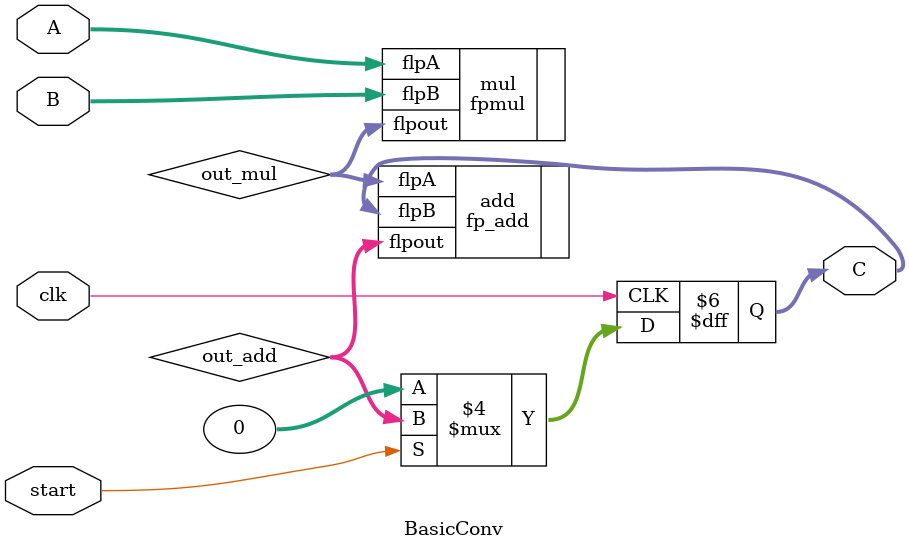
<source format=sv>
module BasicConv 
( A,B,clk,start,C
 );
 parameter       elements = 5, 
                 DATA_WIDTH = 32;
                 
input [(DATA_WIDTH-1):0] A ;
input [(DATA_WIDTH-1):0] B ; 
input     clk ,start;
output reg[DATA_WIDTH-1:0] C ;

wire [DATA_WIDTH-1:0] out_mul;
wire [DATA_WIDTH-1:0] out_add;


     fpmul mul(
     .flpA  (A),
     .flpB  (B),
     .flpout (out_mul)
     );
     
     fp_add add(
     .flpA  (out_mul),
     .flpB (C),
     .flpout (out_add)
     );
     

always@(posedge clk)
begin

	if (start==0) 
	begin
			C=32'h00000000;
	end
	else 
	begin

	C =out_add;
end
end
endmodule
</source>
